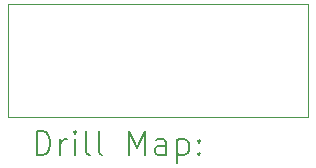
<source format=gbr>
%TF.GenerationSoftware,KiCad,Pcbnew,7.0.2-6a45011f42~172~ubuntu22.04.1*%
%TF.CreationDate,2023-04-21T01:30:07+03:00*%
%TF.ProjectId,xray-board-1.0-uv-stab-addon,78726179-2d62-46f6-9172-642d312e302d,rev?*%
%TF.SameCoordinates,Original*%
%TF.FileFunction,Drillmap*%
%TF.FilePolarity,Positive*%
%FSLAX45Y45*%
G04 Gerber Fmt 4.5, Leading zero omitted, Abs format (unit mm)*
G04 Created by KiCad (PCBNEW 7.0.2-6a45011f42~172~ubuntu22.04.1) date 2023-04-21 01:30:07*
%MOMM*%
%LPD*%
G01*
G04 APERTURE LIST*
%ADD10C,0.100000*%
%ADD11C,0.200000*%
G04 APERTURE END LIST*
D10*
X10720000Y-6500000D02*
X13260000Y-6500000D01*
X13260000Y-7460000D01*
X10720000Y-7460000D01*
X10720000Y-6500000D01*
D11*
X10962619Y-7777524D02*
X10962619Y-7577524D01*
X10962619Y-7577524D02*
X11010238Y-7577524D01*
X11010238Y-7577524D02*
X11038810Y-7587048D01*
X11038810Y-7587048D02*
X11057857Y-7606095D01*
X11057857Y-7606095D02*
X11067381Y-7625143D01*
X11067381Y-7625143D02*
X11076905Y-7663238D01*
X11076905Y-7663238D02*
X11076905Y-7691809D01*
X11076905Y-7691809D02*
X11067381Y-7729905D01*
X11067381Y-7729905D02*
X11057857Y-7748952D01*
X11057857Y-7748952D02*
X11038810Y-7768000D01*
X11038810Y-7768000D02*
X11010238Y-7777524D01*
X11010238Y-7777524D02*
X10962619Y-7777524D01*
X11162619Y-7777524D02*
X11162619Y-7644190D01*
X11162619Y-7682286D02*
X11172143Y-7663238D01*
X11172143Y-7663238D02*
X11181667Y-7653714D01*
X11181667Y-7653714D02*
X11200714Y-7644190D01*
X11200714Y-7644190D02*
X11219762Y-7644190D01*
X11286428Y-7777524D02*
X11286428Y-7644190D01*
X11286428Y-7577524D02*
X11276905Y-7587048D01*
X11276905Y-7587048D02*
X11286428Y-7596571D01*
X11286428Y-7596571D02*
X11295952Y-7587048D01*
X11295952Y-7587048D02*
X11286428Y-7577524D01*
X11286428Y-7577524D02*
X11286428Y-7596571D01*
X11410238Y-7777524D02*
X11391190Y-7768000D01*
X11391190Y-7768000D02*
X11381667Y-7748952D01*
X11381667Y-7748952D02*
X11381667Y-7577524D01*
X11515000Y-7777524D02*
X11495952Y-7768000D01*
X11495952Y-7768000D02*
X11486428Y-7748952D01*
X11486428Y-7748952D02*
X11486428Y-7577524D01*
X11743571Y-7777524D02*
X11743571Y-7577524D01*
X11743571Y-7577524D02*
X11810238Y-7720381D01*
X11810238Y-7720381D02*
X11876905Y-7577524D01*
X11876905Y-7577524D02*
X11876905Y-7777524D01*
X12057857Y-7777524D02*
X12057857Y-7672762D01*
X12057857Y-7672762D02*
X12048333Y-7653714D01*
X12048333Y-7653714D02*
X12029286Y-7644190D01*
X12029286Y-7644190D02*
X11991190Y-7644190D01*
X11991190Y-7644190D02*
X11972143Y-7653714D01*
X12057857Y-7768000D02*
X12038809Y-7777524D01*
X12038809Y-7777524D02*
X11991190Y-7777524D01*
X11991190Y-7777524D02*
X11972143Y-7768000D01*
X11972143Y-7768000D02*
X11962619Y-7748952D01*
X11962619Y-7748952D02*
X11962619Y-7729905D01*
X11962619Y-7729905D02*
X11972143Y-7710857D01*
X11972143Y-7710857D02*
X11991190Y-7701333D01*
X11991190Y-7701333D02*
X12038809Y-7701333D01*
X12038809Y-7701333D02*
X12057857Y-7691809D01*
X12153095Y-7644190D02*
X12153095Y-7844190D01*
X12153095Y-7653714D02*
X12172143Y-7644190D01*
X12172143Y-7644190D02*
X12210238Y-7644190D01*
X12210238Y-7644190D02*
X12229286Y-7653714D01*
X12229286Y-7653714D02*
X12238809Y-7663238D01*
X12238809Y-7663238D02*
X12248333Y-7682286D01*
X12248333Y-7682286D02*
X12248333Y-7739428D01*
X12248333Y-7739428D02*
X12238809Y-7758476D01*
X12238809Y-7758476D02*
X12229286Y-7768000D01*
X12229286Y-7768000D02*
X12210238Y-7777524D01*
X12210238Y-7777524D02*
X12172143Y-7777524D01*
X12172143Y-7777524D02*
X12153095Y-7768000D01*
X12334048Y-7758476D02*
X12343571Y-7768000D01*
X12343571Y-7768000D02*
X12334048Y-7777524D01*
X12334048Y-7777524D02*
X12324524Y-7768000D01*
X12324524Y-7768000D02*
X12334048Y-7758476D01*
X12334048Y-7758476D02*
X12334048Y-7777524D01*
X12334048Y-7653714D02*
X12343571Y-7663238D01*
X12343571Y-7663238D02*
X12334048Y-7672762D01*
X12334048Y-7672762D02*
X12324524Y-7663238D01*
X12324524Y-7663238D02*
X12334048Y-7653714D01*
X12334048Y-7653714D02*
X12334048Y-7672762D01*
M02*

</source>
